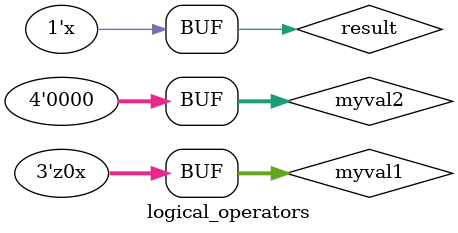
<source format=v>
module logical_operators();

    reg [2:0] myval1 = 3'b111;              //3bit variable
    reg [3:0] myval2 = 4'b0000;             //4bit variable
    reg result;

    //Procedure to continuously monitor myval1, myval2, result
    initial begin

        $monitor("MON myval1=%b, myval2=%b, result=%b", myval1, myval2, result);
    end

    //Procedure to generate stimulus
    initial begin
        result = !myval1;                   //Logical NOT
        #10;
        result = !myval2;                   //Logical NOT
        #10;

        result = myval1 && myval2;          //Logical AND
        #10;
        result = myval1 || myval2;          //Logical OR
        #10;

        myval1 = 3'bZ0X;                    //Adding unknown bits
        result = !myval1;
        #10;

        result = myval1 && myval2;
        #10;
        result = myval1 || myval2;
        #10;
    end    

endmodule
</source>
